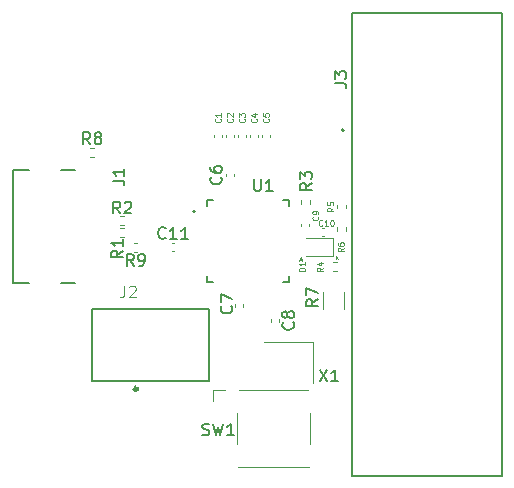
<source format=gbr>
G04 #@! TF.GenerationSoftware,KiCad,Pcbnew,(6.0.8-1)-1*
G04 #@! TF.CreationDate,2022-10-23T23:26:28-07:00*
G04 #@! TF.ProjectId,3DProUsb,33445072-6f55-4736-922e-6b696361645f,rev?*
G04 #@! TF.SameCoordinates,Original*
G04 #@! TF.FileFunction,Legend,Top*
G04 #@! TF.FilePolarity,Positive*
%FSLAX46Y46*%
G04 Gerber Fmt 4.6, Leading zero omitted, Abs format (unit mm)*
G04 Created by KiCad (PCBNEW (6.0.8-1)-1) date 2022-10-23 23:26:28*
%MOMM*%
%LPD*%
G01*
G04 APERTURE LIST*
%ADD10C,0.075000*%
%ADD11C,0.150000*%
%ADD12C,0.125000*%
%ADD13C,0.015000*%
%ADD14C,0.127000*%
%ADD15C,0.200000*%
%ADD16C,0.120000*%
%ADD17C,0.300000*%
G04 APERTURE END LIST*
D10*
X93266428Y-88146714D02*
X93266428Y-87846714D01*
X93437857Y-88146714D02*
X93309285Y-87975285D01*
X93437857Y-87846714D02*
X93266428Y-88018142D01*
X90225571Y-88188000D02*
X90368428Y-88188000D01*
X90197000Y-88273714D02*
X90297000Y-87973714D01*
X90397000Y-88273714D01*
D11*
G04 #@! TO.C,J3*
X93178380Y-73231333D02*
X93892666Y-73231333D01*
X94035523Y-73278952D01*
X94130761Y-73374190D01*
X94178380Y-73517047D01*
X94178380Y-73612285D01*
X93178380Y-72850380D02*
X93178380Y-72231333D01*
X93559333Y-72564666D01*
X93559333Y-72421809D01*
X93606952Y-72326571D01*
X93654571Y-72278952D01*
X93749809Y-72231333D01*
X93987904Y-72231333D01*
X94083142Y-72278952D01*
X94130761Y-72326571D01*
X94178380Y-72421809D01*
X94178380Y-72707523D01*
X94130761Y-72802761D01*
X94083142Y-72850380D01*
G04 #@! TO.C,J1*
X74382380Y-81486333D02*
X75096666Y-81486333D01*
X75239523Y-81533952D01*
X75334761Y-81629190D01*
X75382380Y-81772047D01*
X75382380Y-81867285D01*
X75382380Y-80486333D02*
X75382380Y-81057761D01*
X75382380Y-80772047D02*
X74382380Y-80772047D01*
X74525238Y-80867285D01*
X74620476Y-80962523D01*
X74668095Y-81057761D01*
D12*
G04 #@! TO.C,R5*
X93063190Y-83776333D02*
X92825095Y-83943000D01*
X93063190Y-84062047D02*
X92563190Y-84062047D01*
X92563190Y-83871571D01*
X92587000Y-83823952D01*
X92610809Y-83800142D01*
X92658428Y-83776333D01*
X92729857Y-83776333D01*
X92777476Y-83800142D01*
X92801285Y-83823952D01*
X92825095Y-83871571D01*
X92825095Y-84062047D01*
X92563190Y-83323952D02*
X92563190Y-83562047D01*
X92801285Y-83585857D01*
X92777476Y-83562047D01*
X92753666Y-83514428D01*
X92753666Y-83395380D01*
X92777476Y-83347761D01*
X92801285Y-83323952D01*
X92848904Y-83300142D01*
X92967952Y-83300142D01*
X93015571Y-83323952D01*
X93039380Y-83347761D01*
X93063190Y-83395380D01*
X93063190Y-83514428D01*
X93039380Y-83562047D01*
X93015571Y-83585857D01*
D11*
G04 #@! TO.C,R1*
X75255380Y-87415666D02*
X74779190Y-87749000D01*
X75255380Y-87987095D02*
X74255380Y-87987095D01*
X74255380Y-87606142D01*
X74303000Y-87510904D01*
X74350619Y-87463285D01*
X74445857Y-87415666D01*
X74588714Y-87415666D01*
X74683952Y-87463285D01*
X74731571Y-87510904D01*
X74779190Y-87606142D01*
X74779190Y-87987095D01*
X75255380Y-86463285D02*
X75255380Y-87034714D01*
X75255380Y-86749000D02*
X74255380Y-86749000D01*
X74398238Y-86844238D01*
X74493476Y-86939476D01*
X74541095Y-87034714D01*
D12*
G04 #@! TO.C,D1*
X90650190Y-89142047D02*
X90150190Y-89142047D01*
X90150190Y-89023000D01*
X90174000Y-88951571D01*
X90221619Y-88903952D01*
X90269238Y-88880142D01*
X90364476Y-88856333D01*
X90435904Y-88856333D01*
X90531142Y-88880142D01*
X90578761Y-88903952D01*
X90626380Y-88951571D01*
X90650190Y-89023000D01*
X90650190Y-89142047D01*
X90650190Y-88380142D02*
X90650190Y-88665857D01*
X90650190Y-88523000D02*
X90150190Y-88523000D01*
X90221619Y-88570619D01*
X90269238Y-88618238D01*
X90293047Y-88665857D01*
G04 #@! TO.C,C3*
X85522571Y-76255333D02*
X85546380Y-76279142D01*
X85570190Y-76350571D01*
X85570190Y-76398190D01*
X85546380Y-76469619D01*
X85498761Y-76517238D01*
X85451142Y-76541047D01*
X85355904Y-76564857D01*
X85284476Y-76564857D01*
X85189238Y-76541047D01*
X85141619Y-76517238D01*
X85094000Y-76469619D01*
X85070190Y-76398190D01*
X85070190Y-76350571D01*
X85094000Y-76279142D01*
X85117809Y-76255333D01*
X85070190Y-76088666D02*
X85070190Y-75779142D01*
X85260666Y-75945809D01*
X85260666Y-75874380D01*
X85284476Y-75826761D01*
X85308285Y-75802952D01*
X85355904Y-75779142D01*
X85474952Y-75779142D01*
X85522571Y-75802952D01*
X85546380Y-75826761D01*
X85570190Y-75874380D01*
X85570190Y-76017238D01*
X85546380Y-76064857D01*
X85522571Y-76088666D01*
D11*
G04 #@! TO.C,U1*
X86360095Y-81367380D02*
X86360095Y-82176904D01*
X86407714Y-82272142D01*
X86455333Y-82319761D01*
X86550571Y-82367380D01*
X86741047Y-82367380D01*
X86836285Y-82319761D01*
X86883904Y-82272142D01*
X86931523Y-82176904D01*
X86931523Y-81367380D01*
X87931523Y-82367380D02*
X87360095Y-82367380D01*
X87645809Y-82367380D02*
X87645809Y-81367380D01*
X87550571Y-81510238D01*
X87455333Y-81605476D01*
X87360095Y-81653095D01*
G04 #@! TO.C,R9*
X76160333Y-88717380D02*
X75827000Y-88241190D01*
X75588904Y-88717380D02*
X75588904Y-87717380D01*
X75969857Y-87717380D01*
X76065095Y-87765000D01*
X76112714Y-87812619D01*
X76160333Y-87907857D01*
X76160333Y-88050714D01*
X76112714Y-88145952D01*
X76065095Y-88193571D01*
X75969857Y-88241190D01*
X75588904Y-88241190D01*
X76636523Y-88717380D02*
X76827000Y-88717380D01*
X76922238Y-88669761D01*
X76969857Y-88622142D01*
X77065095Y-88479285D01*
X77112714Y-88288809D01*
X77112714Y-87907857D01*
X77065095Y-87812619D01*
X77017476Y-87765000D01*
X76922238Y-87717380D01*
X76731761Y-87717380D01*
X76636523Y-87765000D01*
X76588904Y-87812619D01*
X76541285Y-87907857D01*
X76541285Y-88145952D01*
X76588904Y-88241190D01*
X76636523Y-88288809D01*
X76731761Y-88336428D01*
X76922238Y-88336428D01*
X77017476Y-88288809D01*
X77065095Y-88241190D01*
X77112714Y-88145952D01*
G04 #@! TO.C,SW1*
X81978666Y-103020761D02*
X82121523Y-103068380D01*
X82359619Y-103068380D01*
X82454857Y-103020761D01*
X82502476Y-102973142D01*
X82550095Y-102877904D01*
X82550095Y-102782666D01*
X82502476Y-102687428D01*
X82454857Y-102639809D01*
X82359619Y-102592190D01*
X82169142Y-102544571D01*
X82073904Y-102496952D01*
X82026285Y-102449333D01*
X81978666Y-102354095D01*
X81978666Y-102258857D01*
X82026285Y-102163619D01*
X82073904Y-102116000D01*
X82169142Y-102068380D01*
X82407238Y-102068380D01*
X82550095Y-102116000D01*
X82883428Y-102068380D02*
X83121523Y-103068380D01*
X83312000Y-102354095D01*
X83502476Y-103068380D01*
X83740571Y-102068380D01*
X84645333Y-103068380D02*
X84073904Y-103068380D01*
X84359619Y-103068380D02*
X84359619Y-102068380D01*
X84264380Y-102211238D01*
X84169142Y-102306476D01*
X84073904Y-102354095D01*
D12*
G04 #@! TO.C,C1*
X83490571Y-76255333D02*
X83514380Y-76279142D01*
X83538190Y-76350571D01*
X83538190Y-76398190D01*
X83514380Y-76469619D01*
X83466761Y-76517238D01*
X83419142Y-76541047D01*
X83323904Y-76564857D01*
X83252476Y-76564857D01*
X83157238Y-76541047D01*
X83109619Y-76517238D01*
X83062000Y-76469619D01*
X83038190Y-76398190D01*
X83038190Y-76350571D01*
X83062000Y-76279142D01*
X83085809Y-76255333D01*
X83538190Y-75779142D02*
X83538190Y-76064857D01*
X83538190Y-75922000D02*
X83038190Y-75922000D01*
X83109619Y-75969619D01*
X83157238Y-76017238D01*
X83181047Y-76064857D01*
D11*
G04 #@! TO.C,C6*
X83525142Y-81192666D02*
X83572761Y-81240285D01*
X83620380Y-81383142D01*
X83620380Y-81478380D01*
X83572761Y-81621238D01*
X83477523Y-81716476D01*
X83382285Y-81764095D01*
X83191809Y-81811714D01*
X83048952Y-81811714D01*
X82858476Y-81764095D01*
X82763238Y-81716476D01*
X82668000Y-81621238D01*
X82620380Y-81478380D01*
X82620380Y-81383142D01*
X82668000Y-81240285D01*
X82715619Y-81192666D01*
X82620380Y-80335523D02*
X82620380Y-80526000D01*
X82668000Y-80621238D01*
X82715619Y-80668857D01*
X82858476Y-80764095D01*
X83048952Y-80811714D01*
X83429904Y-80811714D01*
X83525142Y-80764095D01*
X83572761Y-80716476D01*
X83620380Y-80621238D01*
X83620380Y-80430761D01*
X83572761Y-80335523D01*
X83525142Y-80287904D01*
X83429904Y-80240285D01*
X83191809Y-80240285D01*
X83096571Y-80287904D01*
X83048952Y-80335523D01*
X83001333Y-80430761D01*
X83001333Y-80621238D01*
X83048952Y-80716476D01*
X83096571Y-80764095D01*
X83191809Y-80811714D01*
G04 #@! TO.C,R2*
X75017333Y-84272380D02*
X74684000Y-83796190D01*
X74445904Y-84272380D02*
X74445904Y-83272380D01*
X74826857Y-83272380D01*
X74922095Y-83320000D01*
X74969714Y-83367619D01*
X75017333Y-83462857D01*
X75017333Y-83605714D01*
X74969714Y-83700952D01*
X74922095Y-83748571D01*
X74826857Y-83796190D01*
X74445904Y-83796190D01*
X75398285Y-83367619D02*
X75445904Y-83320000D01*
X75541142Y-83272380D01*
X75779238Y-83272380D01*
X75874476Y-83320000D01*
X75922095Y-83367619D01*
X75969714Y-83462857D01*
X75969714Y-83558095D01*
X75922095Y-83700952D01*
X75350666Y-84272380D01*
X75969714Y-84272380D01*
D12*
G04 #@! TO.C,R6*
X93952190Y-87205333D02*
X93714095Y-87372000D01*
X93952190Y-87491047D02*
X93452190Y-87491047D01*
X93452190Y-87300571D01*
X93476000Y-87252952D01*
X93499809Y-87229142D01*
X93547428Y-87205333D01*
X93618857Y-87205333D01*
X93666476Y-87229142D01*
X93690285Y-87252952D01*
X93714095Y-87300571D01*
X93714095Y-87491047D01*
X93452190Y-86776761D02*
X93452190Y-86872000D01*
X93476000Y-86919619D01*
X93499809Y-86943428D01*
X93571238Y-86991047D01*
X93666476Y-87014857D01*
X93856952Y-87014857D01*
X93904571Y-86991047D01*
X93928380Y-86967238D01*
X93952190Y-86919619D01*
X93952190Y-86824380D01*
X93928380Y-86776761D01*
X93904571Y-86752952D01*
X93856952Y-86729142D01*
X93737904Y-86729142D01*
X93690285Y-86752952D01*
X93666476Y-86776761D01*
X93642666Y-86824380D01*
X93642666Y-86919619D01*
X93666476Y-86967238D01*
X93690285Y-86991047D01*
X93737904Y-87014857D01*
D11*
G04 #@! TO.C,C7*
X84431142Y-92114666D02*
X84478761Y-92162285D01*
X84526380Y-92305142D01*
X84526380Y-92400380D01*
X84478761Y-92543238D01*
X84383523Y-92638476D01*
X84288285Y-92686095D01*
X84097809Y-92733714D01*
X83954952Y-92733714D01*
X83764476Y-92686095D01*
X83669238Y-92638476D01*
X83574000Y-92543238D01*
X83526380Y-92400380D01*
X83526380Y-92305142D01*
X83574000Y-92162285D01*
X83621619Y-92114666D01*
X83526380Y-91781333D02*
X83526380Y-91114666D01*
X84526380Y-91543238D01*
D12*
G04 #@! TO.C,C10*
X92134571Y-85268571D02*
X92110761Y-85292380D01*
X92039333Y-85316190D01*
X91991714Y-85316190D01*
X91920285Y-85292380D01*
X91872666Y-85244761D01*
X91848857Y-85197142D01*
X91825047Y-85101904D01*
X91825047Y-85030476D01*
X91848857Y-84935238D01*
X91872666Y-84887619D01*
X91920285Y-84840000D01*
X91991714Y-84816190D01*
X92039333Y-84816190D01*
X92110761Y-84840000D01*
X92134571Y-84863809D01*
X92610761Y-85316190D02*
X92325047Y-85316190D01*
X92467904Y-85316190D02*
X92467904Y-84816190D01*
X92420285Y-84887619D01*
X92372666Y-84935238D01*
X92325047Y-84959047D01*
X92920285Y-84816190D02*
X92967904Y-84816190D01*
X93015523Y-84840000D01*
X93039333Y-84863809D01*
X93063142Y-84911428D01*
X93086952Y-85006666D01*
X93086952Y-85125714D01*
X93063142Y-85220952D01*
X93039333Y-85268571D01*
X93015523Y-85292380D01*
X92967904Y-85316190D01*
X92920285Y-85316190D01*
X92872666Y-85292380D01*
X92848857Y-85268571D01*
X92825047Y-85220952D01*
X92801238Y-85125714D01*
X92801238Y-85006666D01*
X92825047Y-84911428D01*
X92848857Y-84863809D01*
X92872666Y-84840000D01*
X92920285Y-84816190D01*
G04 #@! TO.C,R4*
X92174190Y-88856333D02*
X91936095Y-89023000D01*
X92174190Y-89142047D02*
X91674190Y-89142047D01*
X91674190Y-88951571D01*
X91698000Y-88903952D01*
X91721809Y-88880142D01*
X91769428Y-88856333D01*
X91840857Y-88856333D01*
X91888476Y-88880142D01*
X91912285Y-88903952D01*
X91936095Y-88951571D01*
X91936095Y-89142047D01*
X91840857Y-88427761D02*
X92174190Y-88427761D01*
X91650380Y-88546809D02*
X92007523Y-88665857D01*
X92007523Y-88356333D01*
D11*
G04 #@! TO.C,C8*
X89655142Y-93483666D02*
X89702761Y-93531285D01*
X89750380Y-93674142D01*
X89750380Y-93769380D01*
X89702761Y-93912238D01*
X89607523Y-94007476D01*
X89512285Y-94055095D01*
X89321809Y-94102714D01*
X89178952Y-94102714D01*
X88988476Y-94055095D01*
X88893238Y-94007476D01*
X88798000Y-93912238D01*
X88750380Y-93769380D01*
X88750380Y-93674142D01*
X88798000Y-93531285D01*
X88845619Y-93483666D01*
X89178952Y-92912238D02*
X89131333Y-93007476D01*
X89083714Y-93055095D01*
X88988476Y-93102714D01*
X88940857Y-93102714D01*
X88845619Y-93055095D01*
X88798000Y-93007476D01*
X88750380Y-92912238D01*
X88750380Y-92721761D01*
X88798000Y-92626523D01*
X88845619Y-92578904D01*
X88940857Y-92531285D01*
X88988476Y-92531285D01*
X89083714Y-92578904D01*
X89131333Y-92626523D01*
X89178952Y-92721761D01*
X89178952Y-92912238D01*
X89226571Y-93007476D01*
X89274190Y-93055095D01*
X89369428Y-93102714D01*
X89559904Y-93102714D01*
X89655142Y-93055095D01*
X89702761Y-93007476D01*
X89750380Y-92912238D01*
X89750380Y-92721761D01*
X89702761Y-92626523D01*
X89655142Y-92578904D01*
X89559904Y-92531285D01*
X89369428Y-92531285D01*
X89274190Y-92578904D01*
X89226571Y-92626523D01*
X89178952Y-92721761D01*
D12*
G04 #@! TO.C,C5*
X87554571Y-76255333D02*
X87578380Y-76279142D01*
X87602190Y-76350571D01*
X87602190Y-76398190D01*
X87578380Y-76469619D01*
X87530761Y-76517238D01*
X87483142Y-76541047D01*
X87387904Y-76564857D01*
X87316476Y-76564857D01*
X87221238Y-76541047D01*
X87173619Y-76517238D01*
X87126000Y-76469619D01*
X87102190Y-76398190D01*
X87102190Y-76350571D01*
X87126000Y-76279142D01*
X87149809Y-76255333D01*
X87102190Y-75802952D02*
X87102190Y-76041047D01*
X87340285Y-76064857D01*
X87316476Y-76041047D01*
X87292666Y-75993428D01*
X87292666Y-75874380D01*
X87316476Y-75826761D01*
X87340285Y-75802952D01*
X87387904Y-75779142D01*
X87506952Y-75779142D01*
X87554571Y-75802952D01*
X87578380Y-75826761D01*
X87602190Y-75874380D01*
X87602190Y-75993428D01*
X87578380Y-76041047D01*
X87554571Y-76064857D01*
G04 #@! TO.C,C2*
X84506571Y-76255333D02*
X84530380Y-76279142D01*
X84554190Y-76350571D01*
X84554190Y-76398190D01*
X84530380Y-76469619D01*
X84482761Y-76517238D01*
X84435142Y-76541047D01*
X84339904Y-76564857D01*
X84268476Y-76564857D01*
X84173238Y-76541047D01*
X84125619Y-76517238D01*
X84078000Y-76469619D01*
X84054190Y-76398190D01*
X84054190Y-76350571D01*
X84078000Y-76279142D01*
X84101809Y-76255333D01*
X84101809Y-76064857D02*
X84078000Y-76041047D01*
X84054190Y-75993428D01*
X84054190Y-75874380D01*
X84078000Y-75826761D01*
X84101809Y-75802952D01*
X84149428Y-75779142D01*
X84197047Y-75779142D01*
X84268476Y-75802952D01*
X84554190Y-76088666D01*
X84554190Y-75779142D01*
D11*
G04 #@! TO.C,X1*
X91900476Y-97496380D02*
X92567142Y-98496380D01*
X92567142Y-97496380D02*
X91900476Y-98496380D01*
X93471904Y-98496380D02*
X92900476Y-98496380D01*
X93186190Y-98496380D02*
X93186190Y-97496380D01*
X93090952Y-97639238D01*
X92995714Y-97734476D01*
X92900476Y-97782095D01*
D13*
G04 #@! TO.C,J2*
X75354570Y-90375231D02*
X75354570Y-91090827D01*
X75306863Y-91233946D01*
X75211450Y-91329359D01*
X75068331Y-91377066D01*
X74972918Y-91377066D01*
X75783927Y-90470643D02*
X75831634Y-90422937D01*
X75927047Y-90375231D01*
X76165579Y-90375231D01*
X76260992Y-90422937D01*
X76308698Y-90470643D01*
X76356405Y-90566056D01*
X76356405Y-90661469D01*
X76308698Y-90804588D01*
X75736221Y-91377066D01*
X76356405Y-91377066D01*
D12*
G04 #@! TO.C,C4*
X86538571Y-76255333D02*
X86562380Y-76279142D01*
X86586190Y-76350571D01*
X86586190Y-76398190D01*
X86562380Y-76469619D01*
X86514761Y-76517238D01*
X86467142Y-76541047D01*
X86371904Y-76564857D01*
X86300476Y-76564857D01*
X86205238Y-76541047D01*
X86157619Y-76517238D01*
X86110000Y-76469619D01*
X86086190Y-76398190D01*
X86086190Y-76350571D01*
X86110000Y-76279142D01*
X86133809Y-76255333D01*
X86252857Y-75826761D02*
X86586190Y-75826761D01*
X86062380Y-75945809D02*
X86419523Y-76064857D01*
X86419523Y-75755333D01*
D11*
G04 #@! TO.C,R7*
X91765380Y-91545166D02*
X91289190Y-91878500D01*
X91765380Y-92116595D02*
X90765380Y-92116595D01*
X90765380Y-91735642D01*
X90813000Y-91640404D01*
X90860619Y-91592785D01*
X90955857Y-91545166D01*
X91098714Y-91545166D01*
X91193952Y-91592785D01*
X91241571Y-91640404D01*
X91289190Y-91735642D01*
X91289190Y-92116595D01*
X90765380Y-91211833D02*
X90765380Y-90545166D01*
X91765380Y-90973738D01*
G04 #@! TO.C,C11*
X78859142Y-86336142D02*
X78811523Y-86383761D01*
X78668666Y-86431380D01*
X78573428Y-86431380D01*
X78430571Y-86383761D01*
X78335333Y-86288523D01*
X78287714Y-86193285D01*
X78240095Y-86002809D01*
X78240095Y-85859952D01*
X78287714Y-85669476D01*
X78335333Y-85574238D01*
X78430571Y-85479000D01*
X78573428Y-85431380D01*
X78668666Y-85431380D01*
X78811523Y-85479000D01*
X78859142Y-85526619D01*
X79811523Y-86431380D02*
X79240095Y-86431380D01*
X79525809Y-86431380D02*
X79525809Y-85431380D01*
X79430571Y-85574238D01*
X79335333Y-85669476D01*
X79240095Y-85717095D01*
X80763904Y-86431380D02*
X80192476Y-86431380D01*
X80478190Y-86431380D02*
X80478190Y-85431380D01*
X80382952Y-85574238D01*
X80287714Y-85669476D01*
X80192476Y-85717095D01*
G04 #@! TO.C,R8*
X72477333Y-78403380D02*
X72144000Y-77927190D01*
X71905904Y-78403380D02*
X71905904Y-77403380D01*
X72286857Y-77403380D01*
X72382095Y-77451000D01*
X72429714Y-77498619D01*
X72477333Y-77593857D01*
X72477333Y-77736714D01*
X72429714Y-77831952D01*
X72382095Y-77879571D01*
X72286857Y-77927190D01*
X71905904Y-77927190D01*
X73048761Y-77831952D02*
X72953523Y-77784333D01*
X72905904Y-77736714D01*
X72858285Y-77641476D01*
X72858285Y-77593857D01*
X72905904Y-77498619D01*
X72953523Y-77451000D01*
X73048761Y-77403380D01*
X73239238Y-77403380D01*
X73334476Y-77451000D01*
X73382095Y-77498619D01*
X73429714Y-77593857D01*
X73429714Y-77641476D01*
X73382095Y-77736714D01*
X73334476Y-77784333D01*
X73239238Y-77831952D01*
X73048761Y-77831952D01*
X72953523Y-77879571D01*
X72905904Y-77927190D01*
X72858285Y-78022428D01*
X72858285Y-78212904D01*
X72905904Y-78308142D01*
X72953523Y-78355761D01*
X73048761Y-78403380D01*
X73239238Y-78403380D01*
X73334476Y-78355761D01*
X73382095Y-78308142D01*
X73429714Y-78212904D01*
X73429714Y-78022428D01*
X73382095Y-77927190D01*
X73334476Y-77879571D01*
X73239238Y-77831952D01*
G04 #@! TO.C,R3*
X91257380Y-81700666D02*
X90781190Y-82034000D01*
X91257380Y-82272095D02*
X90257380Y-82272095D01*
X90257380Y-81891142D01*
X90305000Y-81795904D01*
X90352619Y-81748285D01*
X90447857Y-81700666D01*
X90590714Y-81700666D01*
X90685952Y-81748285D01*
X90733571Y-81795904D01*
X90781190Y-81891142D01*
X90781190Y-82272095D01*
X90257380Y-81367333D02*
X90257380Y-80748285D01*
X90638333Y-81081619D01*
X90638333Y-80938761D01*
X90685952Y-80843523D01*
X90733571Y-80795904D01*
X90828809Y-80748285D01*
X91066904Y-80748285D01*
X91162142Y-80795904D01*
X91209761Y-80843523D01*
X91257380Y-80938761D01*
X91257380Y-81224476D01*
X91209761Y-81319714D01*
X91162142Y-81367333D01*
D12*
G04 #@! TO.C,C9*
X91745571Y-84538333D02*
X91769380Y-84562142D01*
X91793190Y-84633571D01*
X91793190Y-84681190D01*
X91769380Y-84752619D01*
X91721761Y-84800238D01*
X91674142Y-84824047D01*
X91578904Y-84847857D01*
X91507476Y-84847857D01*
X91412238Y-84824047D01*
X91364619Y-84800238D01*
X91317000Y-84752619D01*
X91293190Y-84681190D01*
X91293190Y-84633571D01*
X91317000Y-84562142D01*
X91340809Y-84538333D01*
X91793190Y-84300238D02*
X91793190Y-84205000D01*
X91769380Y-84157380D01*
X91745571Y-84133571D01*
X91674142Y-84085952D01*
X91578904Y-84062142D01*
X91388428Y-84062142D01*
X91340809Y-84085952D01*
X91317000Y-84109761D01*
X91293190Y-84157380D01*
X91293190Y-84252619D01*
X91317000Y-84300238D01*
X91340809Y-84324047D01*
X91388428Y-84347857D01*
X91507476Y-84347857D01*
X91555095Y-84324047D01*
X91578904Y-84300238D01*
X91602714Y-84252619D01*
X91602714Y-84157380D01*
X91578904Y-84109761D01*
X91555095Y-84085952D01*
X91507476Y-84062142D01*
D14*
G04 #@! TO.C,J3*
X107310000Y-67268000D02*
X107310000Y-106468000D01*
X107310000Y-106468000D02*
X94610000Y-106468000D01*
X94610000Y-106468000D02*
X94610000Y-67268000D01*
X94610000Y-67268000D02*
X107310000Y-67268000D01*
D15*
X93962400Y-77233000D02*
G75*
G03*
X93962400Y-77233000I-100000J0D01*
G01*
G04 #@! TO.C,J1*
X65980000Y-90134000D02*
X67260000Y-90134000D01*
X67260000Y-80554000D02*
X65980000Y-80554000D01*
X71230000Y-90134000D02*
X69980000Y-90134000D01*
X65980000Y-80554000D02*
X65980000Y-90134000D01*
X71230000Y-80554000D02*
X69980000Y-80554000D01*
D16*
G04 #@! TO.C,R5*
X94106000Y-83846641D02*
X94106000Y-83539359D01*
X93346000Y-83846641D02*
X93346000Y-83539359D01*
G04 #@! TO.C,R1*
X75337641Y-85472000D02*
X75030359Y-85472000D01*
X75337641Y-86232000D02*
X75030359Y-86232000D01*
G04 #@! TO.C,D1*
X93052000Y-86387000D02*
X90767000Y-86387000D01*
X93052000Y-87857000D02*
X93052000Y-86387000D01*
X90767000Y-87857000D02*
X93052000Y-87857000D01*
G04 #@! TO.C,C3*
X84984000Y-77588164D02*
X84984000Y-77803836D01*
X85704000Y-77588164D02*
X85704000Y-77803836D01*
D14*
G04 #@! TO.C,U1*
X82352000Y-90114000D02*
X82352000Y-89564000D01*
X89352000Y-90114000D02*
X89352000Y-89564000D01*
X82352000Y-83114000D02*
X82352000Y-83664000D01*
X82352000Y-83114000D02*
X82902000Y-83114000D01*
X89352000Y-90114000D02*
X88802000Y-90114000D01*
X89352000Y-83114000D02*
X89352000Y-83664000D01*
X89352000Y-83114000D02*
X88802000Y-83114000D01*
X82352000Y-90114000D02*
X82902000Y-90114000D01*
D15*
X81382000Y-84114000D02*
G75*
G03*
X81382000Y-84114000I-100000J0D01*
G01*
D16*
G04 #@! TO.C,R9*
X76171359Y-87502000D02*
X76478641Y-87502000D01*
X76171359Y-86742000D02*
X76478641Y-86742000D01*
G04 #@! TO.C,SW1*
X90911000Y-99239000D02*
X85111000Y-99239000D01*
X91111000Y-101189000D02*
X91111000Y-103789000D01*
X82911000Y-100189000D02*
X82911000Y-99189000D01*
X82911000Y-99189000D02*
X83911000Y-99189000D01*
X91011000Y-105739000D02*
X85011000Y-105739000D01*
X84911000Y-101189000D02*
X84911000Y-103789000D01*
G04 #@! TO.C,C1*
X83672000Y-77588164D02*
X83672000Y-77803836D01*
X82952000Y-77588164D02*
X82952000Y-77803836D01*
G04 #@! TO.C,C6*
X84688000Y-81133836D02*
X84688000Y-80918164D01*
X83968000Y-81133836D02*
X83968000Y-80918164D01*
G04 #@! TO.C,R2*
X75337641Y-84456000D02*
X75030359Y-84456000D01*
X75337641Y-85216000D02*
X75030359Y-85216000D01*
G04 #@! TO.C,R6*
X94106000Y-85444359D02*
X94106000Y-85751641D01*
X93346000Y-85444359D02*
X93346000Y-85751641D01*
G04 #@! TO.C,C7*
X84730000Y-91939164D02*
X84730000Y-92154836D01*
X85450000Y-91939164D02*
X85450000Y-92154836D01*
G04 #@! TO.C,C10*
X92094164Y-85492000D02*
X92309836Y-85492000D01*
X92094164Y-86212000D02*
X92309836Y-86212000D01*
G04 #@! TO.C,R4*
X93371641Y-88393000D02*
X93064359Y-88393000D01*
X93371641Y-89153000D02*
X93064359Y-89153000D01*
G04 #@! TO.C,C8*
X87778000Y-93209164D02*
X87778000Y-93424836D01*
X88498000Y-93209164D02*
X88498000Y-93424836D01*
G04 #@! TO.C,C5*
X87016000Y-77588164D02*
X87016000Y-77803836D01*
X87736000Y-77588164D02*
X87736000Y-77803836D01*
G04 #@! TO.C,C2*
X84688000Y-77588164D02*
X84688000Y-77803836D01*
X83968000Y-77588164D02*
X83968000Y-77803836D01*
G04 #@! TO.C,X1*
X91381000Y-98651000D02*
X91381000Y-95151000D01*
X91381000Y-95151000D02*
X87181000Y-95151000D01*
D14*
G04 #@! TO.C,J2*
X82550000Y-98425000D02*
X82550000Y-92329000D01*
X72644000Y-98425000D02*
X82550000Y-98425000D01*
X72644000Y-92329000D02*
X72644000Y-98425000D01*
X82550000Y-92329000D02*
X72644000Y-92329000D01*
D17*
X76497000Y-99127000D02*
G75*
G03*
X76497000Y-99127000I-150000J0D01*
G01*
D16*
G04 #@! TO.C,C4*
X86000000Y-77588164D02*
X86000000Y-77803836D01*
X86720000Y-77588164D02*
X86720000Y-77803836D01*
G04 #@! TO.C,R7*
X92181000Y-90905436D02*
X92181000Y-92359564D01*
X94001000Y-90905436D02*
X94001000Y-92359564D01*
G04 #@! TO.C,C11*
X79609836Y-86762000D02*
X79394164Y-86762000D01*
X79609836Y-87482000D02*
X79394164Y-87482000D01*
G04 #@! TO.C,R8*
X72490359Y-78741000D02*
X72797641Y-78741000D01*
X72490359Y-79501000D02*
X72797641Y-79501000D01*
G04 #@! TO.C,R3*
X91058000Y-83465641D02*
X91058000Y-83158359D01*
X90298000Y-83465641D02*
X90298000Y-83158359D01*
G04 #@! TO.C,C9*
X90318000Y-85352836D02*
X90318000Y-85137164D01*
X91038000Y-85352836D02*
X91038000Y-85137164D01*
G04 #@! TD*
M02*

</source>
